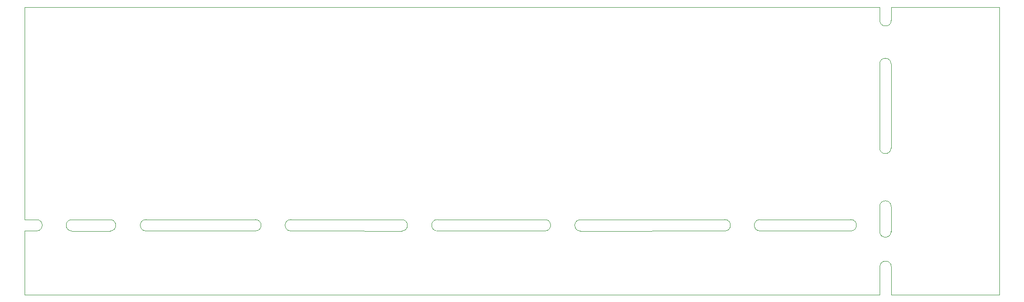
<source format=gbr>
G04 #@! TF.GenerationSoftware,KiCad,Pcbnew,6.0.11+dfsg-1*
G04 #@! TF.CreationDate,2023-05-31T16:11:06+02:00*
G04 #@! TF.ProjectId,ctrl-m,6374726c-2d6d-42e6-9b69-6361645f7063,1.1*
G04 #@! TF.SameCoordinates,Original*
G04 #@! TF.FileFunction,Profile,NP*
%FSLAX46Y46*%
G04 Gerber Fmt 4.6, Leading zero omitted, Abs format (unit mm)*
G04 Created by KiCad (PCBNEW 6.0.11+dfsg-1) date 2023-05-31 16:11:06*
%MOMM*%
%LPD*%
G01*
G04 APERTURE LIST*
G04 #@! TA.AperFunction,Profile*
%ADD10C,0.050000*%
G04 #@! TD*
G04 APERTURE END LIST*
D10*
X60000000Y-112299000D02*
X60000000Y-75000000D01*
X212000000Y-125499000D02*
X231000000Y-125500000D01*
X209990000Y-125499000D02*
X60000000Y-125500000D01*
X211990000Y-75000000D02*
X231000000Y-75000000D01*
X209990000Y-75000000D02*
X60000000Y-75000000D01*
X211960000Y-84939000D02*
G75*
G03*
X209960000Y-84939000I-1000000J0D01*
G01*
X211970000Y-109989000D02*
G75*
G03*
X209970000Y-109989000I-1000000J0D01*
G01*
X209960000Y-99709000D02*
G75*
G03*
X211960000Y-99709000I1000000J0D01*
G01*
X209970000Y-114399000D02*
G75*
G03*
X211970000Y-114399000I1000000J0D01*
G01*
X209990000Y-77279000D02*
G75*
G03*
X211989950Y-77289000I1000000J0D01*
G01*
X209960000Y-99709000D02*
X209960000Y-84939000D01*
X209970000Y-114399000D02*
X209970000Y-109989000D01*
X211970000Y-114399000D02*
X211970000Y-109989000D01*
X211960000Y-99709000D02*
X211960000Y-84939000D01*
X209990000Y-75000000D02*
X209990000Y-77279000D01*
X211990000Y-75000000D02*
X211989950Y-77289000D01*
X60000000Y-112299000D02*
X62110000Y-112299050D01*
X60000000Y-114299000D02*
X62100000Y-114299000D01*
X62100000Y-114299000D02*
G75*
G03*
X62110000Y-112299050I0J1000000D01*
G01*
X204890000Y-112299000D02*
X198420000Y-112299000D01*
X188980000Y-112299000D02*
G75*
G03*
X188980000Y-114299000I0J-1000000D01*
G01*
X204890000Y-114299000D02*
X198420000Y-114299000D01*
X204890000Y-114299000D02*
G75*
G03*
X204890000Y-112299000I0J1000000D01*
G01*
X212000000Y-120599000D02*
G75*
G03*
X210000000Y-120599000I-1000000J0D01*
G01*
X209990000Y-125499000D02*
X210000000Y-120599000D01*
X212000000Y-120599000D02*
X212000000Y-125499000D01*
X75000000Y-114309050D02*
G75*
G03*
X75010000Y-112309000I0J1000050D01*
G01*
X151260000Y-114299000D02*
G75*
G03*
X151260000Y-112299000I0J1000000D01*
G01*
X166850000Y-112299000D02*
X157500000Y-112319000D01*
X163700000Y-114319000D02*
X157500000Y-114319000D01*
X157500000Y-112319000D02*
G75*
G03*
X157500000Y-114319000I0J-1000000D01*
G01*
X75010000Y-112309000D02*
X68300000Y-112309000D01*
X75000000Y-114308950D02*
X68300000Y-114309000D01*
X81300000Y-112299000D02*
G75*
G03*
X81300000Y-114299000I0J-1000000D01*
G01*
X68300000Y-112309000D02*
G75*
G03*
X68300000Y-114309000I0J-1000000D01*
G01*
X176290000Y-114299000D02*
X163700000Y-114319000D01*
X138800000Y-112299000D02*
X132400000Y-112299000D01*
X126150000Y-112309000D02*
X116710000Y-112309000D01*
X151260000Y-112299000D02*
X138800000Y-112299000D01*
X100480000Y-114299000D02*
X81300000Y-114299000D01*
X179370000Y-112299000D02*
X166850000Y-112299000D01*
X198420000Y-114299000D02*
X188980000Y-114299000D01*
X138800000Y-114299000D02*
X132400000Y-114299000D01*
X100480000Y-114299000D02*
G75*
G03*
X100480000Y-112299000I0J1000000D01*
G01*
X100480000Y-112299000D02*
X81300000Y-112299000D01*
X126150000Y-114309000D02*
X113130000Y-114299000D01*
X182800000Y-112299000D02*
X179370000Y-112299000D01*
X106700000Y-112299000D02*
G75*
G03*
X106700000Y-114299000I0J-1000000D01*
G01*
X113130000Y-114299000D02*
X106700000Y-114299000D01*
X182800000Y-114299000D02*
G75*
G03*
X182800000Y-112299000I0J1000000D01*
G01*
X182800000Y-114299000D02*
X176290000Y-114299000D01*
X132400000Y-112299000D02*
G75*
G03*
X132400000Y-114299000I0J-1000000D01*
G01*
X60000000Y-114299000D02*
X60000000Y-125499000D01*
X151260000Y-114299000D02*
X138800000Y-114299000D01*
X116710000Y-112309000D02*
X106700000Y-112299000D01*
X198420000Y-112299000D02*
X188980000Y-112299000D01*
X126150000Y-114309000D02*
G75*
G03*
X126150000Y-112309000I0J1000000D01*
G01*
X231000000Y-75000000D02*
X231000000Y-125500000D01*
M02*

</source>
